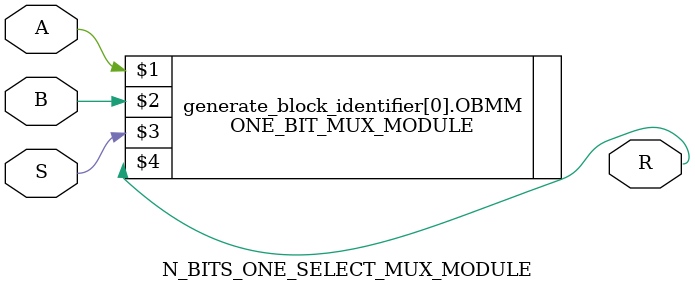
<source format=sv>
module N_BITS_ONE_SELECT_MUX_MODULE #(parameter BITS=1)(A, B, S, R);

	input logic [BITS-1:0] A, B;
	input logic S;
	output logic [BITS-1:0] R;
	
	genvar i;
	generate
		for(i = 0; i < BITS; i++) 
		begin : generate_block_identifier
			ONE_BIT_MUX_MODULE
				OBMM (A[i], B[i], S, R[i]);
		end
	endgenerate
	
endmodule 
</source>
